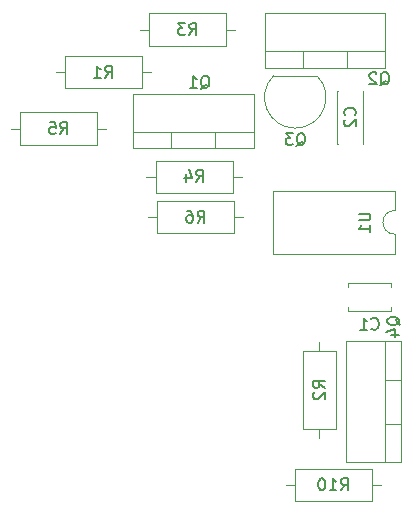
<source format=gbr>
%TF.GenerationSoftware,KiCad,Pcbnew,9.0.2*%
%TF.CreationDate,2025-07-17T21:10:21+02:00*%
%TF.ProjectId,Ligther,4c696774-6865-4722-9e6b-696361645f70,rev?*%
%TF.SameCoordinates,Original*%
%TF.FileFunction,Legend,Bot*%
%TF.FilePolarity,Positive*%
%FSLAX46Y46*%
G04 Gerber Fmt 4.6, Leading zero omitted, Abs format (unit mm)*
G04 Created by KiCad (PCBNEW 9.0.2) date 2025-07-17 21:10:21*
%MOMM*%
%LPD*%
G01*
G04 APERTURE LIST*
%ADD10C,0.150000*%
%ADD11C,0.120000*%
G04 APERTURE END LIST*
D10*
X118539580Y-42853333D02*
X118587200Y-42805714D01*
X118587200Y-42805714D02*
X118634819Y-42662857D01*
X118634819Y-42662857D02*
X118634819Y-42567619D01*
X118634819Y-42567619D02*
X118587200Y-42424762D01*
X118587200Y-42424762D02*
X118491961Y-42329524D01*
X118491961Y-42329524D02*
X118396723Y-42281905D01*
X118396723Y-42281905D02*
X118206247Y-42234286D01*
X118206247Y-42234286D02*
X118063390Y-42234286D01*
X118063390Y-42234286D02*
X117872914Y-42281905D01*
X117872914Y-42281905D02*
X117777676Y-42329524D01*
X117777676Y-42329524D02*
X117682438Y-42424762D01*
X117682438Y-42424762D02*
X117634819Y-42567619D01*
X117634819Y-42567619D02*
X117634819Y-42662857D01*
X117634819Y-42662857D02*
X117682438Y-42805714D01*
X117682438Y-42805714D02*
X117730057Y-42853333D01*
X117730057Y-43234286D02*
X117682438Y-43281905D01*
X117682438Y-43281905D02*
X117634819Y-43377143D01*
X117634819Y-43377143D02*
X117634819Y-43615238D01*
X117634819Y-43615238D02*
X117682438Y-43710476D01*
X117682438Y-43710476D02*
X117730057Y-43758095D01*
X117730057Y-43758095D02*
X117825295Y-43805714D01*
X117825295Y-43805714D02*
X117920533Y-43805714D01*
X117920533Y-43805714D02*
X118063390Y-43758095D01*
X118063390Y-43758095D02*
X118634819Y-43186667D01*
X118634819Y-43186667D02*
X118634819Y-43805714D01*
X118854819Y-51188095D02*
X119664342Y-51188095D01*
X119664342Y-51188095D02*
X119759580Y-51235714D01*
X119759580Y-51235714D02*
X119807200Y-51283333D01*
X119807200Y-51283333D02*
X119854819Y-51378571D01*
X119854819Y-51378571D02*
X119854819Y-51569047D01*
X119854819Y-51569047D02*
X119807200Y-51664285D01*
X119807200Y-51664285D02*
X119759580Y-51711904D01*
X119759580Y-51711904D02*
X119664342Y-51759523D01*
X119664342Y-51759523D02*
X118854819Y-51759523D01*
X119854819Y-52759523D02*
X119854819Y-52188095D01*
X119854819Y-52473809D02*
X118854819Y-52473809D01*
X118854819Y-52473809D02*
X118997676Y-52378571D01*
X118997676Y-52378571D02*
X119092914Y-52283333D01*
X119092914Y-52283333D02*
X119140533Y-52188095D01*
X117352857Y-74614819D02*
X117686190Y-74138628D01*
X117924285Y-74614819D02*
X117924285Y-73614819D01*
X117924285Y-73614819D02*
X117543333Y-73614819D01*
X117543333Y-73614819D02*
X117448095Y-73662438D01*
X117448095Y-73662438D02*
X117400476Y-73710057D01*
X117400476Y-73710057D02*
X117352857Y-73805295D01*
X117352857Y-73805295D02*
X117352857Y-73948152D01*
X117352857Y-73948152D02*
X117400476Y-74043390D01*
X117400476Y-74043390D02*
X117448095Y-74091009D01*
X117448095Y-74091009D02*
X117543333Y-74138628D01*
X117543333Y-74138628D02*
X117924285Y-74138628D01*
X116400476Y-74614819D02*
X116971904Y-74614819D01*
X116686190Y-74614819D02*
X116686190Y-73614819D01*
X116686190Y-73614819D02*
X116781428Y-73757676D01*
X116781428Y-73757676D02*
X116876666Y-73852914D01*
X116876666Y-73852914D02*
X116971904Y-73900533D01*
X115781428Y-73614819D02*
X115686190Y-73614819D01*
X115686190Y-73614819D02*
X115590952Y-73662438D01*
X115590952Y-73662438D02*
X115543333Y-73710057D01*
X115543333Y-73710057D02*
X115495714Y-73805295D01*
X115495714Y-73805295D02*
X115448095Y-73995771D01*
X115448095Y-73995771D02*
X115448095Y-74233866D01*
X115448095Y-74233866D02*
X115495714Y-74424342D01*
X115495714Y-74424342D02*
X115543333Y-74519580D01*
X115543333Y-74519580D02*
X115590952Y-74567200D01*
X115590952Y-74567200D02*
X115686190Y-74614819D01*
X115686190Y-74614819D02*
X115781428Y-74614819D01*
X115781428Y-74614819D02*
X115876666Y-74567200D01*
X115876666Y-74567200D02*
X115924285Y-74519580D01*
X115924285Y-74519580D02*
X115971904Y-74424342D01*
X115971904Y-74424342D02*
X116019523Y-74233866D01*
X116019523Y-74233866D02*
X116019523Y-73995771D01*
X116019523Y-73995771D02*
X115971904Y-73805295D01*
X115971904Y-73805295D02*
X115924285Y-73710057D01*
X115924285Y-73710057D02*
X115876666Y-73662438D01*
X115876666Y-73662438D02*
X115781428Y-73614819D01*
X105216666Y-51954819D02*
X105549999Y-51478628D01*
X105788094Y-51954819D02*
X105788094Y-50954819D01*
X105788094Y-50954819D02*
X105407142Y-50954819D01*
X105407142Y-50954819D02*
X105311904Y-51002438D01*
X105311904Y-51002438D02*
X105264285Y-51050057D01*
X105264285Y-51050057D02*
X105216666Y-51145295D01*
X105216666Y-51145295D02*
X105216666Y-51288152D01*
X105216666Y-51288152D02*
X105264285Y-51383390D01*
X105264285Y-51383390D02*
X105311904Y-51431009D01*
X105311904Y-51431009D02*
X105407142Y-51478628D01*
X105407142Y-51478628D02*
X105788094Y-51478628D01*
X104359523Y-50954819D02*
X104549999Y-50954819D01*
X104549999Y-50954819D02*
X104645237Y-51002438D01*
X104645237Y-51002438D02*
X104692856Y-51050057D01*
X104692856Y-51050057D02*
X104788094Y-51192914D01*
X104788094Y-51192914D02*
X104835713Y-51383390D01*
X104835713Y-51383390D02*
X104835713Y-51764342D01*
X104835713Y-51764342D02*
X104788094Y-51859580D01*
X104788094Y-51859580D02*
X104740475Y-51907200D01*
X104740475Y-51907200D02*
X104645237Y-51954819D01*
X104645237Y-51954819D02*
X104454761Y-51954819D01*
X104454761Y-51954819D02*
X104359523Y-51907200D01*
X104359523Y-51907200D02*
X104311904Y-51859580D01*
X104311904Y-51859580D02*
X104264285Y-51764342D01*
X104264285Y-51764342D02*
X104264285Y-51526247D01*
X104264285Y-51526247D02*
X104311904Y-51431009D01*
X104311904Y-51431009D02*
X104359523Y-51383390D01*
X104359523Y-51383390D02*
X104454761Y-51335771D01*
X104454761Y-51335771D02*
X104645237Y-51335771D01*
X104645237Y-51335771D02*
X104740475Y-51383390D01*
X104740475Y-51383390D02*
X104788094Y-51431009D01*
X104788094Y-51431009D02*
X104835713Y-51526247D01*
X93586666Y-44444819D02*
X93919999Y-43968628D01*
X94158094Y-44444819D02*
X94158094Y-43444819D01*
X94158094Y-43444819D02*
X93777142Y-43444819D01*
X93777142Y-43444819D02*
X93681904Y-43492438D01*
X93681904Y-43492438D02*
X93634285Y-43540057D01*
X93634285Y-43540057D02*
X93586666Y-43635295D01*
X93586666Y-43635295D02*
X93586666Y-43778152D01*
X93586666Y-43778152D02*
X93634285Y-43873390D01*
X93634285Y-43873390D02*
X93681904Y-43921009D01*
X93681904Y-43921009D02*
X93777142Y-43968628D01*
X93777142Y-43968628D02*
X94158094Y-43968628D01*
X92681904Y-43444819D02*
X93158094Y-43444819D01*
X93158094Y-43444819D02*
X93205713Y-43921009D01*
X93205713Y-43921009D02*
X93158094Y-43873390D01*
X93158094Y-43873390D02*
X93062856Y-43825771D01*
X93062856Y-43825771D02*
X92824761Y-43825771D01*
X92824761Y-43825771D02*
X92729523Y-43873390D01*
X92729523Y-43873390D02*
X92681904Y-43921009D01*
X92681904Y-43921009D02*
X92634285Y-44016247D01*
X92634285Y-44016247D02*
X92634285Y-44254342D01*
X92634285Y-44254342D02*
X92681904Y-44349580D01*
X92681904Y-44349580D02*
X92729523Y-44397200D01*
X92729523Y-44397200D02*
X92824761Y-44444819D01*
X92824761Y-44444819D02*
X93062856Y-44444819D01*
X93062856Y-44444819D02*
X93158094Y-44397200D01*
X93158094Y-44397200D02*
X93205713Y-44349580D01*
X105106666Y-48484819D02*
X105439999Y-48008628D01*
X105678094Y-48484819D02*
X105678094Y-47484819D01*
X105678094Y-47484819D02*
X105297142Y-47484819D01*
X105297142Y-47484819D02*
X105201904Y-47532438D01*
X105201904Y-47532438D02*
X105154285Y-47580057D01*
X105154285Y-47580057D02*
X105106666Y-47675295D01*
X105106666Y-47675295D02*
X105106666Y-47818152D01*
X105106666Y-47818152D02*
X105154285Y-47913390D01*
X105154285Y-47913390D02*
X105201904Y-47961009D01*
X105201904Y-47961009D02*
X105297142Y-48008628D01*
X105297142Y-48008628D02*
X105678094Y-48008628D01*
X104249523Y-47818152D02*
X104249523Y-48484819D01*
X104487618Y-47437200D02*
X104725713Y-48151485D01*
X104725713Y-48151485D02*
X104106666Y-48151485D01*
X104526666Y-36064819D02*
X104859999Y-35588628D01*
X105098094Y-36064819D02*
X105098094Y-35064819D01*
X105098094Y-35064819D02*
X104717142Y-35064819D01*
X104717142Y-35064819D02*
X104621904Y-35112438D01*
X104621904Y-35112438D02*
X104574285Y-35160057D01*
X104574285Y-35160057D02*
X104526666Y-35255295D01*
X104526666Y-35255295D02*
X104526666Y-35398152D01*
X104526666Y-35398152D02*
X104574285Y-35493390D01*
X104574285Y-35493390D02*
X104621904Y-35541009D01*
X104621904Y-35541009D02*
X104717142Y-35588628D01*
X104717142Y-35588628D02*
X105098094Y-35588628D01*
X104193332Y-35064819D02*
X103574285Y-35064819D01*
X103574285Y-35064819D02*
X103907618Y-35445771D01*
X103907618Y-35445771D02*
X103764761Y-35445771D01*
X103764761Y-35445771D02*
X103669523Y-35493390D01*
X103669523Y-35493390D02*
X103621904Y-35541009D01*
X103621904Y-35541009D02*
X103574285Y-35636247D01*
X103574285Y-35636247D02*
X103574285Y-35874342D01*
X103574285Y-35874342D02*
X103621904Y-35969580D01*
X103621904Y-35969580D02*
X103669523Y-36017200D01*
X103669523Y-36017200D02*
X103764761Y-36064819D01*
X103764761Y-36064819D02*
X104050475Y-36064819D01*
X104050475Y-36064819D02*
X104145713Y-36017200D01*
X104145713Y-36017200D02*
X104193332Y-35969580D01*
X116004819Y-65953333D02*
X115528628Y-65620000D01*
X116004819Y-65381905D02*
X115004819Y-65381905D01*
X115004819Y-65381905D02*
X115004819Y-65762857D01*
X115004819Y-65762857D02*
X115052438Y-65858095D01*
X115052438Y-65858095D02*
X115100057Y-65905714D01*
X115100057Y-65905714D02*
X115195295Y-65953333D01*
X115195295Y-65953333D02*
X115338152Y-65953333D01*
X115338152Y-65953333D02*
X115433390Y-65905714D01*
X115433390Y-65905714D02*
X115481009Y-65858095D01*
X115481009Y-65858095D02*
X115528628Y-65762857D01*
X115528628Y-65762857D02*
X115528628Y-65381905D01*
X115100057Y-66334286D02*
X115052438Y-66381905D01*
X115052438Y-66381905D02*
X115004819Y-66477143D01*
X115004819Y-66477143D02*
X115004819Y-66715238D01*
X115004819Y-66715238D02*
X115052438Y-66810476D01*
X115052438Y-66810476D02*
X115100057Y-66858095D01*
X115100057Y-66858095D02*
X115195295Y-66905714D01*
X115195295Y-66905714D02*
X115290533Y-66905714D01*
X115290533Y-66905714D02*
X115433390Y-66858095D01*
X115433390Y-66858095D02*
X116004819Y-66286667D01*
X116004819Y-66286667D02*
X116004819Y-66905714D01*
X97396666Y-39684819D02*
X97729999Y-39208628D01*
X97968094Y-39684819D02*
X97968094Y-38684819D01*
X97968094Y-38684819D02*
X97587142Y-38684819D01*
X97587142Y-38684819D02*
X97491904Y-38732438D01*
X97491904Y-38732438D02*
X97444285Y-38780057D01*
X97444285Y-38780057D02*
X97396666Y-38875295D01*
X97396666Y-38875295D02*
X97396666Y-39018152D01*
X97396666Y-39018152D02*
X97444285Y-39113390D01*
X97444285Y-39113390D02*
X97491904Y-39161009D01*
X97491904Y-39161009D02*
X97587142Y-39208628D01*
X97587142Y-39208628D02*
X97968094Y-39208628D01*
X96444285Y-39684819D02*
X97015713Y-39684819D01*
X96729999Y-39684819D02*
X96729999Y-38684819D01*
X96729999Y-38684819D02*
X96825237Y-38827676D01*
X96825237Y-38827676D02*
X96920475Y-38922914D01*
X96920475Y-38922914D02*
X97015713Y-38970533D01*
X122350057Y-60664761D02*
X122302438Y-60569523D01*
X122302438Y-60569523D02*
X122207200Y-60474285D01*
X122207200Y-60474285D02*
X122064342Y-60331428D01*
X122064342Y-60331428D02*
X122016723Y-60236190D01*
X122016723Y-60236190D02*
X122016723Y-60140952D01*
X122254819Y-60188571D02*
X122207200Y-60093333D01*
X122207200Y-60093333D02*
X122111961Y-59998095D01*
X122111961Y-59998095D02*
X121921485Y-59950476D01*
X121921485Y-59950476D02*
X121588152Y-59950476D01*
X121588152Y-59950476D02*
X121397676Y-59998095D01*
X121397676Y-59998095D02*
X121302438Y-60093333D01*
X121302438Y-60093333D02*
X121254819Y-60188571D01*
X121254819Y-60188571D02*
X121254819Y-60379047D01*
X121254819Y-60379047D02*
X121302438Y-60474285D01*
X121302438Y-60474285D02*
X121397676Y-60569523D01*
X121397676Y-60569523D02*
X121588152Y-60617142D01*
X121588152Y-60617142D02*
X121921485Y-60617142D01*
X121921485Y-60617142D02*
X122111961Y-60569523D01*
X122111961Y-60569523D02*
X122207200Y-60474285D01*
X122207200Y-60474285D02*
X122254819Y-60379047D01*
X122254819Y-60379047D02*
X122254819Y-60188571D01*
X121588152Y-61474285D02*
X122254819Y-61474285D01*
X121207200Y-61236190D02*
X121921485Y-60998095D01*
X121921485Y-60998095D02*
X121921485Y-61617142D01*
X113585238Y-45470057D02*
X113680476Y-45422438D01*
X113680476Y-45422438D02*
X113775714Y-45327200D01*
X113775714Y-45327200D02*
X113918571Y-45184342D01*
X113918571Y-45184342D02*
X114013809Y-45136723D01*
X114013809Y-45136723D02*
X114109047Y-45136723D01*
X114061428Y-45374819D02*
X114156666Y-45327200D01*
X114156666Y-45327200D02*
X114251904Y-45231961D01*
X114251904Y-45231961D02*
X114299523Y-45041485D01*
X114299523Y-45041485D02*
X114299523Y-44708152D01*
X114299523Y-44708152D02*
X114251904Y-44517676D01*
X114251904Y-44517676D02*
X114156666Y-44422438D01*
X114156666Y-44422438D02*
X114061428Y-44374819D01*
X114061428Y-44374819D02*
X113870952Y-44374819D01*
X113870952Y-44374819D02*
X113775714Y-44422438D01*
X113775714Y-44422438D02*
X113680476Y-44517676D01*
X113680476Y-44517676D02*
X113632857Y-44708152D01*
X113632857Y-44708152D02*
X113632857Y-45041485D01*
X113632857Y-45041485D02*
X113680476Y-45231961D01*
X113680476Y-45231961D02*
X113775714Y-45327200D01*
X113775714Y-45327200D02*
X113870952Y-45374819D01*
X113870952Y-45374819D02*
X114061428Y-45374819D01*
X113299523Y-44374819D02*
X112680476Y-44374819D01*
X112680476Y-44374819D02*
X113013809Y-44755771D01*
X113013809Y-44755771D02*
X112870952Y-44755771D01*
X112870952Y-44755771D02*
X112775714Y-44803390D01*
X112775714Y-44803390D02*
X112728095Y-44851009D01*
X112728095Y-44851009D02*
X112680476Y-44946247D01*
X112680476Y-44946247D02*
X112680476Y-45184342D01*
X112680476Y-45184342D02*
X112728095Y-45279580D01*
X112728095Y-45279580D02*
X112775714Y-45327200D01*
X112775714Y-45327200D02*
X112870952Y-45374819D01*
X112870952Y-45374819D02*
X113156666Y-45374819D01*
X113156666Y-45374819D02*
X113251904Y-45327200D01*
X113251904Y-45327200D02*
X113299523Y-45279580D01*
X120675238Y-40340057D02*
X120770476Y-40292438D01*
X120770476Y-40292438D02*
X120865714Y-40197200D01*
X120865714Y-40197200D02*
X121008571Y-40054342D01*
X121008571Y-40054342D02*
X121103809Y-40006723D01*
X121103809Y-40006723D02*
X121199047Y-40006723D01*
X121151428Y-40244819D02*
X121246666Y-40197200D01*
X121246666Y-40197200D02*
X121341904Y-40101961D01*
X121341904Y-40101961D02*
X121389523Y-39911485D01*
X121389523Y-39911485D02*
X121389523Y-39578152D01*
X121389523Y-39578152D02*
X121341904Y-39387676D01*
X121341904Y-39387676D02*
X121246666Y-39292438D01*
X121246666Y-39292438D02*
X121151428Y-39244819D01*
X121151428Y-39244819D02*
X120960952Y-39244819D01*
X120960952Y-39244819D02*
X120865714Y-39292438D01*
X120865714Y-39292438D02*
X120770476Y-39387676D01*
X120770476Y-39387676D02*
X120722857Y-39578152D01*
X120722857Y-39578152D02*
X120722857Y-39911485D01*
X120722857Y-39911485D02*
X120770476Y-40101961D01*
X120770476Y-40101961D02*
X120865714Y-40197200D01*
X120865714Y-40197200D02*
X120960952Y-40244819D01*
X120960952Y-40244819D02*
X121151428Y-40244819D01*
X120341904Y-39340057D02*
X120294285Y-39292438D01*
X120294285Y-39292438D02*
X120199047Y-39244819D01*
X120199047Y-39244819D02*
X119960952Y-39244819D01*
X119960952Y-39244819D02*
X119865714Y-39292438D01*
X119865714Y-39292438D02*
X119818095Y-39340057D01*
X119818095Y-39340057D02*
X119770476Y-39435295D01*
X119770476Y-39435295D02*
X119770476Y-39530533D01*
X119770476Y-39530533D02*
X119818095Y-39673390D01*
X119818095Y-39673390D02*
X120389523Y-40244819D01*
X120389523Y-40244819D02*
X119770476Y-40244819D01*
X105485238Y-40630057D02*
X105580476Y-40582438D01*
X105580476Y-40582438D02*
X105675714Y-40487200D01*
X105675714Y-40487200D02*
X105818571Y-40344342D01*
X105818571Y-40344342D02*
X105913809Y-40296723D01*
X105913809Y-40296723D02*
X106009047Y-40296723D01*
X105961428Y-40534819D02*
X106056666Y-40487200D01*
X106056666Y-40487200D02*
X106151904Y-40391961D01*
X106151904Y-40391961D02*
X106199523Y-40201485D01*
X106199523Y-40201485D02*
X106199523Y-39868152D01*
X106199523Y-39868152D02*
X106151904Y-39677676D01*
X106151904Y-39677676D02*
X106056666Y-39582438D01*
X106056666Y-39582438D02*
X105961428Y-39534819D01*
X105961428Y-39534819D02*
X105770952Y-39534819D01*
X105770952Y-39534819D02*
X105675714Y-39582438D01*
X105675714Y-39582438D02*
X105580476Y-39677676D01*
X105580476Y-39677676D02*
X105532857Y-39868152D01*
X105532857Y-39868152D02*
X105532857Y-40201485D01*
X105532857Y-40201485D02*
X105580476Y-40391961D01*
X105580476Y-40391961D02*
X105675714Y-40487200D01*
X105675714Y-40487200D02*
X105770952Y-40534819D01*
X105770952Y-40534819D02*
X105961428Y-40534819D01*
X104580476Y-40534819D02*
X105151904Y-40534819D01*
X104866190Y-40534819D02*
X104866190Y-39534819D01*
X104866190Y-39534819D02*
X104961428Y-39677676D01*
X104961428Y-39677676D02*
X105056666Y-39772914D01*
X105056666Y-39772914D02*
X105151904Y-39820533D01*
X119936666Y-60929580D02*
X119984285Y-60977200D01*
X119984285Y-60977200D02*
X120127142Y-61024819D01*
X120127142Y-61024819D02*
X120222380Y-61024819D01*
X120222380Y-61024819D02*
X120365237Y-60977200D01*
X120365237Y-60977200D02*
X120460475Y-60881961D01*
X120460475Y-60881961D02*
X120508094Y-60786723D01*
X120508094Y-60786723D02*
X120555713Y-60596247D01*
X120555713Y-60596247D02*
X120555713Y-60453390D01*
X120555713Y-60453390D02*
X120508094Y-60262914D01*
X120508094Y-60262914D02*
X120460475Y-60167676D01*
X120460475Y-60167676D02*
X120365237Y-60072438D01*
X120365237Y-60072438D02*
X120222380Y-60024819D01*
X120222380Y-60024819D02*
X120127142Y-60024819D01*
X120127142Y-60024819D02*
X119984285Y-60072438D01*
X119984285Y-60072438D02*
X119936666Y-60120057D01*
X118984285Y-61024819D02*
X119555713Y-61024819D01*
X119269999Y-61024819D02*
X119269999Y-60024819D01*
X119269999Y-60024819D02*
X119365237Y-60167676D01*
X119365237Y-60167676D02*
X119460475Y-60262914D01*
X119460475Y-60262914D02*
X119555713Y-60310533D01*
D11*
%TO.C,C2*%
X119190000Y-45330000D02*
X119190000Y-40790000D01*
X117106000Y-45330000D02*
X117050000Y-45330000D01*
X117050000Y-45330000D02*
X117050000Y-40790000D01*
X117106000Y-40790000D02*
X117050000Y-40790000D01*
%TO.C,U1*%
X121910000Y-52930000D02*
G75*
G02*
X121910000Y-50930000I0J1000000D01*
G01*
X111630000Y-49280000D02*
X121910000Y-49280000D01*
X121910000Y-49280000D02*
X121910000Y-50930000D01*
X121910000Y-52930000D02*
X121910000Y-54580000D01*
X111630000Y-54580000D02*
X111630000Y-49280000D01*
X121910000Y-54580000D02*
X111630000Y-54580000D01*
%TO.C,R10*%
X113440000Y-75530000D02*
X119980000Y-75530000D01*
X119980000Y-72790000D01*
X113440000Y-72790000D01*
X113440000Y-75530000D01*
X120750000Y-74160000D02*
X119980000Y-74160000D01*
X112670000Y-74160000D02*
X113440000Y-74160000D01*
%TO.C,R6*%
X101780000Y-52850000D02*
X108320000Y-52850000D01*
X108320000Y-50110000D01*
X101780000Y-50110000D01*
X101780000Y-52850000D01*
X109090000Y-51480000D02*
X108320000Y-51480000D01*
X101010000Y-51480000D02*
X101780000Y-51480000D01*
%TO.C,R5*%
X90150000Y-45360000D02*
X96690000Y-45360000D01*
X96690000Y-42620000D01*
X90150000Y-42620000D01*
X90150000Y-45360000D01*
X97460000Y-43990000D02*
X96690000Y-43990000D01*
X89380000Y-43990000D02*
X90150000Y-43990000D01*
%TO.C,R4*%
X101660000Y-49440000D02*
X108200000Y-49440000D01*
X108200000Y-46700000D01*
X101660000Y-46700000D01*
X101660000Y-49440000D01*
X108970000Y-48070000D02*
X108200000Y-48070000D01*
X100890000Y-48070000D02*
X101660000Y-48070000D01*
%TO.C,R3*%
X107630000Y-34240000D02*
X101090000Y-34240000D01*
X101090000Y-36980000D01*
X107630000Y-36980000D01*
X107630000Y-34240000D01*
X100320000Y-35610000D02*
X101090000Y-35610000D01*
X108400000Y-35610000D02*
X107630000Y-35610000D01*
%TO.C,R2*%
X116910000Y-69400000D02*
X114170000Y-69400000D01*
X114170000Y-62860000D01*
X116910000Y-62860000D01*
X116910000Y-69400000D01*
X115540000Y-62090000D02*
X115540000Y-62860000D01*
X115540000Y-70170000D02*
X115540000Y-69400000D01*
%TO.C,R1*%
X93970000Y-40590000D02*
X100510000Y-40590000D01*
X100510000Y-37850000D01*
X93970000Y-37850000D01*
X93970000Y-40590000D01*
X101280000Y-39220000D02*
X100510000Y-39220000D01*
X93200000Y-39220000D02*
X93970000Y-39220000D01*
%TO.C,Q4*%
X122430000Y-62020000D02*
X117810000Y-62020000D01*
X122430000Y-65280000D02*
X121050000Y-65280000D01*
X122430000Y-68980000D02*
X121050000Y-68980000D01*
X117810000Y-72240000D02*
X117810000Y-62020000D01*
X121050000Y-72240000D02*
X121050000Y-62020000D01*
X122430000Y-72240000D02*
X122430000Y-62020000D01*
X122430000Y-72240000D02*
X117810000Y-72240000D01*
%TO.C,Q3*%
X115328478Y-39521522D02*
G75*
G02*
X113490000Y-43960001I-1838478J-1838478D01*
G01*
X113490000Y-43960000D02*
G75*
G02*
X111651522Y-39521522I0J2600000D01*
G01*
X111690000Y-39510000D02*
X115290000Y-39510000D01*
%TO.C,Q2*%
X121110000Y-38830000D02*
X121110000Y-34210000D01*
X117850000Y-38830000D02*
X117850000Y-37450000D01*
X114150000Y-38830000D02*
X114150000Y-37450000D01*
X110890000Y-34210000D02*
X121110000Y-34210000D01*
X110890000Y-37450000D02*
X121110000Y-37450000D01*
X110890000Y-38830000D02*
X121110000Y-38830000D01*
X110890000Y-38830000D02*
X110890000Y-34210000D01*
%TO.C,Q1*%
X109970000Y-45680000D02*
X109970000Y-41060000D01*
X106710000Y-45680000D02*
X106710000Y-44300000D01*
X103010000Y-45680000D02*
X103010000Y-44300000D01*
X99750000Y-41060000D02*
X109970000Y-41060000D01*
X99750000Y-44300000D02*
X109970000Y-44300000D01*
X99750000Y-45680000D02*
X109970000Y-45680000D01*
X99750000Y-45680000D02*
X99750000Y-41060000D01*
%TO.C,C1*%
X121590000Y-57400000D02*
X121590000Y-57100000D01*
X121590000Y-59440000D02*
X121590000Y-59140000D01*
X117950000Y-57100000D02*
X121590000Y-57100000D01*
X117950000Y-57400000D02*
X117950000Y-57100000D01*
X117950000Y-59440000D02*
X121590000Y-59440000D01*
X117950000Y-59440000D02*
X117950000Y-59140000D01*
%TD*%
M02*

</source>
